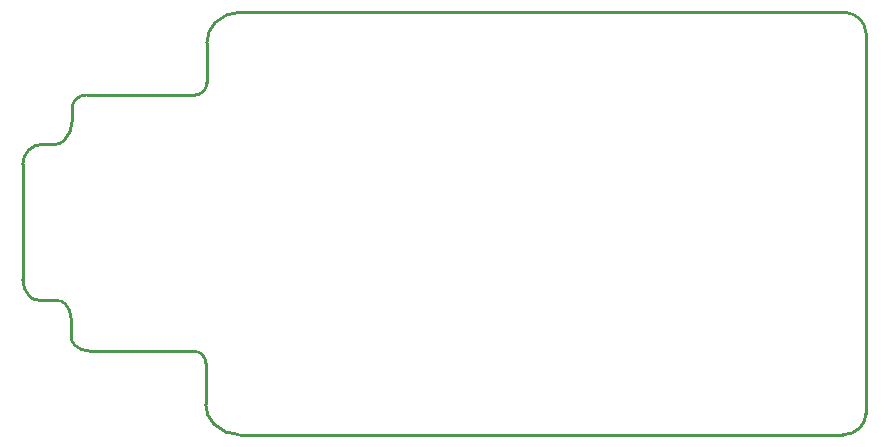
<source format=gko>
G04*
G04 #@! TF.GenerationSoftware,Altium Limited,Altium Designer,18.1.7 (191)*
G04*
G04 Layer_Color=16711935*
%FSLAX24Y24*%
%MOIN*%
G70*
G01*
G75*
%ADD13C,0.0098*%
D13*
X61575Y17714D02*
G03*
X61772Y18189I-475J475D01*
G01*
X61005Y17478D02*
G03*
X61575Y17714I0J807D01*
G01*
X39400Y28809D02*
G03*
X39685Y28927I0J403D01*
G01*
D02*
G03*
X39803Y29213I-285J285D01*
G01*
X40080Y31221D02*
G03*
X39803Y30554I667J-667D01*
G01*
X40933Y31575D02*
G03*
X40080Y31221I0J-1207D01*
G01*
X35433Y28661D02*
G03*
X35315Y28376I285J-285D01*
G01*
X35790Y28809D02*
G03*
X35433Y28661I0J-505D01*
G01*
X39646Y20157D02*
G03*
X39361Y20276I-285J-285D01*
G01*
X39764Y19872D02*
G03*
X39646Y20157I-403J0D01*
G01*
X35276Y21375D02*
G03*
X35079Y21850I-672J0D01*
G01*
D02*
G03*
X34794Y21969I-285J-285D01*
G01*
X33898Y22087D02*
G03*
X34183Y21969I285J285D01*
G01*
X33661Y22657D02*
G03*
X33898Y22087I807J0D01*
G01*
X35276Y20758D02*
G03*
X35394Y20472I403J0D01*
G01*
D02*
G03*
X35869Y20276I475J475D01*
G01*
X39764Y18501D02*
G03*
X40040Y17834I944J0D01*
G01*
D02*
G03*
X40894Y17480I854J854D01*
G01*
X61772Y30863D02*
G03*
X61575Y31339I-672J0D01*
G01*
D02*
G03*
X61005Y31575I-570J-570D01*
G01*
X35039Y27283D02*
G03*
X35315Y27949I-665J665D01*
G01*
X34754Y27165D02*
G03*
X35039Y27283I0J403D01*
G01*
X34334Y27165D02*
G03*
X33858Y26969I0J-672D01*
G01*
D02*
G03*
X33661Y26493I475J-475D01*
G01*
X40040Y17834D02*
X40043Y17831D01*
X40897Y17478D02*
X61005D01*
X39803Y29213D02*
Y30554D01*
X40933Y31575D02*
X41091D01*
X35315Y28186D02*
Y28376D01*
X35790Y28809D02*
X35813D01*
X39400D01*
X38437Y20276D02*
X39361D01*
X39764Y18949D02*
Y19872D01*
X35276Y21280D02*
Y21375D01*
X34183Y21969D02*
X34794D01*
X33661Y22657D02*
Y22717D01*
X35276Y20758D02*
Y21280D01*
X35869Y20276D02*
X38437D01*
X39764Y18501D02*
Y18949D01*
X61772Y18189D02*
X61772Y30863D01*
X41091Y31575D02*
X61005D01*
X35315Y27949D02*
Y28186D01*
X34334Y27165D02*
X34754D01*
X33661Y22717D02*
Y26493D01*
M02*

</source>
